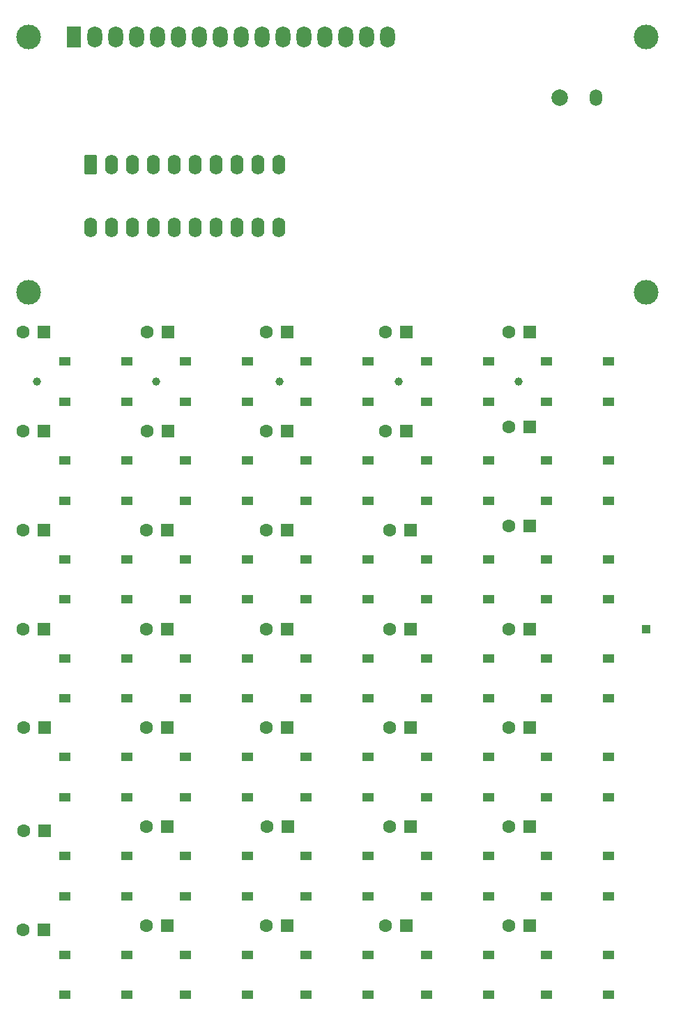
<source format=gbr>
%TF.GenerationSoftware,KiCad,Pcbnew,9.0.3*%
%TF.CreationDate,2025-09-20T21:36:46-05:00*%
%TF.ProjectId,RPNCalcProject,52504e43-616c-4635-9072-6f6a6563742e,rev?*%
%TF.SameCoordinates,Original*%
%TF.FileFunction,Soldermask,Top*%
%TF.FilePolarity,Negative*%
%FSLAX46Y46*%
G04 Gerber Fmt 4.6, Leading zero omitted, Abs format (unit mm)*
G04 Created by KiCad (PCBNEW 9.0.3) date 2025-09-20 21:36:46*
%MOMM*%
%LPD*%
G01*
G04 APERTURE LIST*
G04 Aperture macros list*
%AMRoundRect*
0 Rectangle with rounded corners*
0 $1 Rounding radius*
0 $2 $3 $4 $5 $6 $7 $8 $9 X,Y pos of 4 corners*
0 Add a 4 corners polygon primitive as box body*
4,1,4,$2,$3,$4,$5,$6,$7,$8,$9,$2,$3,0*
0 Add four circle primitives for the rounded corners*
1,1,$1+$1,$2,$3*
1,1,$1+$1,$4,$5*
1,1,$1+$1,$6,$7*
1,1,$1+$1,$8,$9*
0 Add four rect primitives between the rounded corners*
20,1,$1+$1,$2,$3,$4,$5,0*
20,1,$1+$1,$4,$5,$6,$7,0*
20,1,$1+$1,$6,$7,$8,$9,0*
20,1,$1+$1,$8,$9,$2,$3,0*%
G04 Aperture macros list end*
%ADD10R,1.452500X1.135000*%
%ADD11R,1.000000X1.000000*%
%ADD12C,1.000000*%
%ADD13C,3.000000*%
%ADD14R,1.800000X2.600000*%
%ADD15O,1.800000X2.600000*%
%ADD16RoundRect,0.250000X0.550000X0.550000X-0.550000X0.550000X-0.550000X-0.550000X0.550000X-0.550000X0*%
%ADD17C,1.600000*%
%ADD18O,1.500000X2.000000*%
%ADD19C,2.000000*%
%ADD20RoundRect,0.250000X-0.550000X0.950000X-0.550000X-0.950000X0.550000X-0.950000X0.550000X0.950000X0*%
%ADD21O,1.600000X2.400000*%
G04 APERTURE END LIST*
D10*
%TO.C,SW11*%
X156077500Y-118432500D03*
X156077500Y-113567500D03*
X163625000Y-113567500D03*
X163625000Y-118432500D03*
%TD*%
%TO.C,SW20*%
X170702500Y-142432500D03*
X170702500Y-137567500D03*
X178250000Y-137567500D03*
X178250000Y-142432500D03*
%TD*%
%TO.C,SW25*%
X185327500Y-118432500D03*
X185327500Y-113567500D03*
X192875000Y-113567500D03*
X192875000Y-118432500D03*
%TD*%
%TO.C,SW16*%
X170702500Y-94432500D03*
X170702500Y-89567500D03*
X178250000Y-89567500D03*
X178250000Y-94432500D03*
%TD*%
%TO.C,SW9*%
X156077500Y-94432500D03*
X156077500Y-89567500D03*
X163625000Y-89567500D03*
X163625000Y-94432500D03*
%TD*%
%TO.C,SW17*%
X170702500Y-106432500D03*
X170702500Y-101567500D03*
X178250000Y-101567500D03*
X178250000Y-106432500D03*
%TD*%
D11*
%TO.C,TP3*%
X212000000Y-110000000D03*
%TD*%
D10*
%TO.C,SW24*%
X185327500Y-106432500D03*
X185327500Y-101567500D03*
X192875000Y-101567500D03*
X192875000Y-106432500D03*
%TD*%
%TO.C,SW33*%
X199952500Y-130432500D03*
X199952500Y-125567500D03*
X207500000Y-125567500D03*
X207500000Y-130432500D03*
%TD*%
%TO.C,SW4*%
X141452500Y-118432500D03*
X141452500Y-113567500D03*
X149000000Y-113567500D03*
X149000000Y-118432500D03*
%TD*%
%TO.C,SW6*%
X141452500Y-142432500D03*
X141452500Y-137567500D03*
X149000000Y-137567500D03*
X149000000Y-142432500D03*
%TD*%
D12*
%TO.C,TP28*%
X152500000Y-80000000D03*
%TD*%
D10*
%TO.C,SW22*%
X185327500Y-82432500D03*
X185327500Y-77567500D03*
X192875000Y-77567500D03*
X192875000Y-82432500D03*
%TD*%
%TO.C,SW32*%
X199952500Y-118432500D03*
X199952500Y-113567500D03*
X207500000Y-113567500D03*
X207500000Y-118432500D03*
%TD*%
D12*
%TO.C,TP31*%
X196500000Y-80000000D03*
%TD*%
D10*
%TO.C,SW34*%
X199952500Y-142432500D03*
X199952500Y-137567500D03*
X207500000Y-137567500D03*
X207500000Y-142432500D03*
%TD*%
%TO.C,SW1*%
X141452500Y-82432500D03*
X141452500Y-77567500D03*
X149000000Y-77567500D03*
X149000000Y-82432500D03*
%TD*%
%TO.C,SW7*%
X141452500Y-154432500D03*
X141452500Y-149567500D03*
X149000000Y-149567500D03*
X149000000Y-154432500D03*
%TD*%
%TO.C,SW14*%
X156077500Y-154432500D03*
X156077500Y-149567500D03*
X163625000Y-149567500D03*
X163625000Y-154432500D03*
%TD*%
%TO.C,SW21*%
X170702500Y-154432500D03*
X170702500Y-149567500D03*
X178250000Y-149567500D03*
X178250000Y-154432500D03*
%TD*%
%TO.C,SW29*%
X199952500Y-82432500D03*
X199952500Y-77567500D03*
X207500000Y-77567500D03*
X207500000Y-82432500D03*
%TD*%
%TO.C,SW18*%
X170702500Y-118432500D03*
X170702500Y-113567500D03*
X178250000Y-113567500D03*
X178250000Y-118432500D03*
%TD*%
D13*
%TO.C,DS2*%
X137000900Y-38142500D03*
X137000900Y-69143200D03*
X211999480Y-69143200D03*
X212000000Y-38142500D03*
D14*
X142500000Y-38142500D03*
D15*
X145040000Y-38142500D03*
X147580000Y-38142500D03*
X150120000Y-38142500D03*
X152660000Y-38142500D03*
X155200000Y-38142500D03*
X157740000Y-38142500D03*
X160280000Y-38142500D03*
X162820000Y-38142500D03*
X165360000Y-38142500D03*
X167900000Y-38142500D03*
X170440000Y-38142500D03*
X172980000Y-38142500D03*
X175520000Y-38142500D03*
X178060000Y-38142500D03*
X180600000Y-38142500D03*
%TD*%
D10*
%TO.C,SW5*%
X141452500Y-130432500D03*
X141452500Y-125567500D03*
X149000000Y-125567500D03*
X149000000Y-130432500D03*
%TD*%
%TO.C,SW19*%
X170702500Y-130432500D03*
X170702500Y-125567500D03*
X178250000Y-125567500D03*
X178250000Y-130432500D03*
%TD*%
%TO.C,SW23*%
X185327500Y-94432500D03*
X185327500Y-89567500D03*
X192875000Y-89567500D03*
X192875000Y-94432500D03*
%TD*%
%TO.C,SW26*%
X185327500Y-130432500D03*
X185327500Y-125567500D03*
X192875000Y-125567500D03*
X192875000Y-130432500D03*
%TD*%
%TO.C,SW12*%
X156077500Y-130432500D03*
X156077500Y-125567500D03*
X163625000Y-125567500D03*
X163625000Y-130432500D03*
%TD*%
%TO.C,SW13*%
X156077500Y-142432500D03*
X156077500Y-137567500D03*
X163625000Y-137567500D03*
X163625000Y-142432500D03*
%TD*%
%TO.C,SW30*%
X199952500Y-94432500D03*
X199952500Y-89567500D03*
X207500000Y-89567500D03*
X207500000Y-94432500D03*
%TD*%
%TO.C,SW3*%
X141452500Y-106432500D03*
X141452500Y-101567500D03*
X149000000Y-101567500D03*
X149000000Y-106432500D03*
%TD*%
%TO.C,SW31*%
X199952500Y-106432500D03*
X199952500Y-101567500D03*
X207500000Y-101567500D03*
X207500000Y-106432500D03*
%TD*%
%TO.C,SW2*%
X141452500Y-94432500D03*
X141452500Y-89567500D03*
X149000000Y-89567500D03*
X149000000Y-94432500D03*
%TD*%
%TO.C,SW35*%
X199952500Y-154432500D03*
X199952500Y-149567500D03*
X207500000Y-149567500D03*
X207500000Y-154432500D03*
%TD*%
%TO.C,SW28*%
X185327500Y-154432500D03*
X185327500Y-149567500D03*
X192875000Y-149567500D03*
X192875000Y-154432500D03*
%TD*%
%TO.C,SW15*%
X170702500Y-82432500D03*
X170702500Y-77567500D03*
X178250000Y-77567500D03*
X178250000Y-82432500D03*
%TD*%
D12*
%TO.C,TP30*%
X182000000Y-80000000D03*
%TD*%
%TO.C,TP29*%
X167500000Y-80000000D03*
%TD*%
%TO.C,TP27*%
X138000000Y-80000000D03*
%TD*%
D10*
%TO.C,SW27*%
X185327500Y-142432500D03*
X185327500Y-137567500D03*
X192875000Y-137567500D03*
X192875000Y-142432500D03*
%TD*%
%TO.C,SW10*%
X156077500Y-106432500D03*
X156077500Y-101567500D03*
X163625000Y-101567500D03*
X163625000Y-106432500D03*
%TD*%
%TO.C,SW8*%
X156077500Y-82432500D03*
X156077500Y-77567500D03*
X163625000Y-77567500D03*
X163625000Y-82432500D03*
%TD*%
D16*
%TO.C,D17*%
X168425686Y-74000000D03*
D17*
X165885686Y-74000000D03*
%TD*%
D16*
%TO.C,D26*%
X182925686Y-86000000D03*
D17*
X180385686Y-86000000D03*
%TD*%
D16*
%TO.C,D10*%
X153925686Y-86000000D03*
D17*
X151385686Y-86000000D03*
%TD*%
D16*
%TO.C,D4*%
X138925686Y-110000000D03*
D17*
X136385686Y-110000000D03*
%TD*%
D16*
%TO.C,D8*%
X197925686Y-74000000D03*
D17*
X195385686Y-74000000D03*
%TD*%
D16*
%TO.C,D33*%
X197925686Y-122000000D03*
D17*
X195385686Y-122000000D03*
%TD*%
D16*
%TO.C,D12*%
X153851372Y-110000000D03*
D17*
X151311372Y-110000000D03*
%TD*%
D18*
%TO.C,J1*%
X205900000Y-45500000D03*
D19*
X201500000Y-45500000D03*
%TD*%
D16*
%TO.C,D13*%
X153851372Y-122000000D03*
D17*
X151311372Y-122000000D03*
%TD*%
D16*
%TO.C,D35*%
X197925686Y-146000000D03*
D17*
X195385686Y-146000000D03*
%TD*%
D16*
%TO.C,D28*%
X183425686Y-110000000D03*
D17*
X180885686Y-110000000D03*
%TD*%
D16*
%TO.C,D3*%
X138925686Y-98000000D03*
D17*
X136385686Y-98000000D03*
%TD*%
D16*
%TO.C,D15*%
X153851372Y-146000000D03*
D17*
X151311372Y-146000000D03*
%TD*%
D16*
%TO.C,D9*%
X153925686Y-74000000D03*
D17*
X151385686Y-74000000D03*
%TD*%
D16*
%TO.C,D21*%
X168425686Y-122000000D03*
D17*
X165885686Y-122000000D03*
%TD*%
D16*
%TO.C,D34*%
X197925686Y-134000000D03*
D17*
X195385686Y-134000000D03*
%TD*%
D16*
%TO.C,D30*%
X183425686Y-134000000D03*
D17*
X180885686Y-134000000D03*
%TD*%
D16*
%TO.C,D22*%
X168500000Y-134000000D03*
D17*
X165960000Y-134000000D03*
%TD*%
D16*
%TO.C,D25*%
X182925686Y-74000000D03*
D17*
X180385686Y-74000000D03*
%TD*%
D16*
%TO.C,D20*%
X168425686Y-110000000D03*
D17*
X165885686Y-110000000D03*
%TD*%
D16*
%TO.C,D14*%
X153851372Y-134000000D03*
D17*
X151311372Y-134000000D03*
%TD*%
D16*
%TO.C,D6*%
X139000000Y-134500000D03*
D17*
X136460000Y-134500000D03*
%TD*%
D16*
%TO.C,D32*%
X197925686Y-110000000D03*
D17*
X195385686Y-110000000D03*
%TD*%
D16*
%TO.C,D2*%
X138925686Y-86000000D03*
D17*
X136385686Y-86000000D03*
%TD*%
D16*
%TO.C,D31*%
X182925686Y-146000000D03*
D17*
X180385686Y-146000000D03*
%TD*%
D16*
%TO.C,D29*%
X183425686Y-122000000D03*
D17*
X180885686Y-122000000D03*
%TD*%
D16*
%TO.C,D18*%
X168425686Y-86000000D03*
D17*
X165885686Y-86000000D03*
%TD*%
D16*
%TO.C,D23*%
X168425686Y-146000000D03*
D17*
X165885686Y-146000000D03*
%TD*%
D16*
%TO.C,D27*%
X183425686Y-98000000D03*
D17*
X180885686Y-98000000D03*
%TD*%
D16*
%TO.C,D11*%
X153851372Y-98000000D03*
D17*
X151311372Y-98000000D03*
%TD*%
D16*
%TO.C,D19*%
X168425686Y-98000000D03*
D17*
X165885686Y-98000000D03*
%TD*%
D16*
%TO.C,D5*%
X139000000Y-122000000D03*
D17*
X136460000Y-122000000D03*
%TD*%
D20*
%TO.C,U1*%
X144570000Y-53690000D03*
D21*
X147110000Y-53690000D03*
X149650000Y-53690000D03*
X152190000Y-53690000D03*
X154730000Y-53690000D03*
X157270000Y-53690000D03*
X159810000Y-53690000D03*
X162350000Y-53690000D03*
X164890000Y-53690000D03*
X167430000Y-53690000D03*
X167430000Y-61310000D03*
X164890000Y-61310000D03*
X162350000Y-61310000D03*
X159810000Y-61310000D03*
X157270000Y-61310000D03*
X154730000Y-61310000D03*
X152190000Y-61310000D03*
X149650000Y-61310000D03*
X147110000Y-61310000D03*
X144570000Y-61310000D03*
%TD*%
D16*
%TO.C,D24*%
X197925686Y-97500000D03*
D17*
X195385686Y-97500000D03*
%TD*%
D16*
%TO.C,D16*%
X197925686Y-85500000D03*
D17*
X195385686Y-85500000D03*
%TD*%
D16*
%TO.C,D7*%
X138925686Y-146500000D03*
D17*
X136385686Y-146500000D03*
%TD*%
D16*
%TO.C,D1*%
X138925686Y-74000000D03*
D17*
X136385686Y-74000000D03*
%TD*%
M02*

</source>
